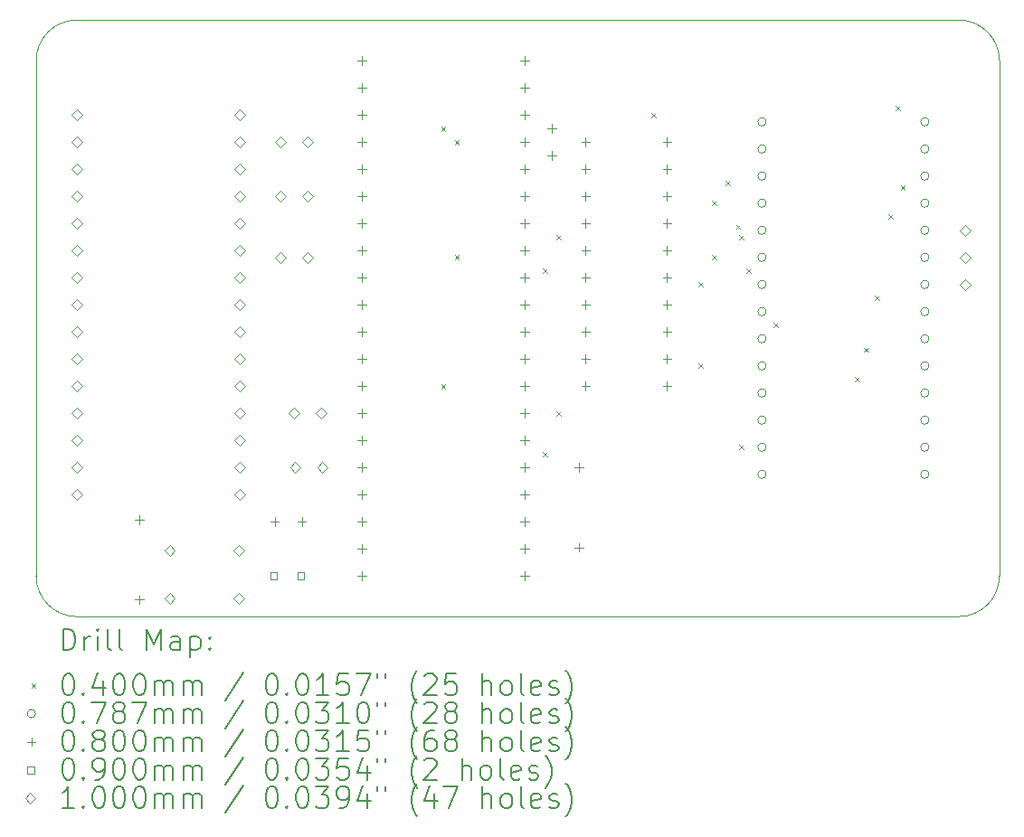
<source format=gbr>
%FSLAX45Y45*%
G04 Gerber Fmt 4.5, Leading zero omitted, Abs format (unit mm)*
G04 Created by KiCad (PCBNEW (6.0.0)) date 2023-01-31 14:46:16*
%MOMM*%
%LPD*%
G01*
G04 APERTURE LIST*
%TA.AperFunction,Profile*%
%ADD10C,0.100000*%
%TD*%
%ADD11C,0.200000*%
%ADD12C,0.040000*%
%ADD13C,0.078740*%
%ADD14C,0.080000*%
%ADD15C,0.090000*%
%ADD16C,0.100000*%
G04 APERTURE END LIST*
D10*
X7810500Y-9461500D02*
X16064500Y-9461500D01*
X16445500Y-9842500D02*
G75*
G03*
X16064500Y-9461500I-381000J0D01*
G01*
X16064500Y-15049500D02*
G75*
G03*
X16445500Y-14668500I0J381000D01*
G01*
X7429500Y-14668500D02*
X7429500Y-9842500D01*
X16064500Y-15049500D02*
X7810500Y-15049500D01*
X7429500Y-14668500D02*
G75*
G03*
X7810500Y-15049500I381000J0D01*
G01*
X16445500Y-14668500D02*
X16445500Y-9842500D01*
X7810500Y-9461500D02*
G75*
G03*
X7429500Y-9842500I0J-381000D01*
G01*
D11*
D12*
X11219500Y-10457500D02*
X11259500Y-10497500D01*
X11259500Y-10457500D02*
X11219500Y-10497500D01*
X11220000Y-12871000D02*
X11260000Y-12911000D01*
X11260000Y-12871000D02*
X11220000Y-12911000D01*
X11346500Y-10584500D02*
X11386500Y-10624500D01*
X11386500Y-10584500D02*
X11346500Y-10624500D01*
X11346500Y-11664000D02*
X11386500Y-11704000D01*
X11386500Y-11664000D02*
X11346500Y-11704000D01*
X12172000Y-11791000D02*
X12212000Y-11831000D01*
X12212000Y-11791000D02*
X12172000Y-11831000D01*
X12172000Y-13505500D02*
X12212000Y-13545500D01*
X12212000Y-13505500D02*
X12172000Y-13545500D01*
X12299000Y-11473500D02*
X12339000Y-11513500D01*
X12339000Y-11473500D02*
X12299000Y-11513500D01*
X12299000Y-13124500D02*
X12339000Y-13164500D01*
X12339000Y-13124500D02*
X12299000Y-13164500D01*
X13186500Y-10331000D02*
X13226500Y-10371000D01*
X13226500Y-10331000D02*
X13186500Y-10371000D01*
X13631500Y-11918000D02*
X13671500Y-11958000D01*
X13671500Y-11918000D02*
X13631500Y-11958000D01*
X13631500Y-12680000D02*
X13671500Y-12720000D01*
X13671500Y-12680000D02*
X13631500Y-12720000D01*
X13758500Y-11156000D02*
X13798500Y-11196000D01*
X13798500Y-11156000D02*
X13758500Y-11196000D01*
X13758500Y-11664000D02*
X13798500Y-11704000D01*
X13798500Y-11664000D02*
X13758500Y-11704000D01*
X13885500Y-10965500D02*
X13925500Y-11005500D01*
X13925500Y-10965500D02*
X13885500Y-11005500D01*
X13980750Y-11378250D02*
X14020750Y-11418250D01*
X14020750Y-11378250D02*
X13980750Y-11418250D01*
X14012500Y-11473500D02*
X14052500Y-11513500D01*
X14052500Y-11473500D02*
X14012500Y-11513500D01*
X14012500Y-13442000D02*
X14052500Y-13482000D01*
X14052500Y-13442000D02*
X14012500Y-13482000D01*
X14076000Y-11791000D02*
X14116000Y-11831000D01*
X14116000Y-11791000D02*
X14076000Y-11831000D01*
X14330000Y-12299000D02*
X14370000Y-12339000D01*
X14370000Y-12299000D02*
X14330000Y-12339000D01*
X15092000Y-12807000D02*
X15132000Y-12847000D01*
X15132000Y-12807000D02*
X15092000Y-12847000D01*
X15177779Y-12530721D02*
X15217779Y-12570721D01*
X15217779Y-12530721D02*
X15177779Y-12570721D01*
X15282500Y-12045000D02*
X15322500Y-12085000D01*
X15322500Y-12045000D02*
X15282500Y-12085000D01*
X15409500Y-11283000D02*
X15449500Y-11323000D01*
X15449500Y-11283000D02*
X15409500Y-11323000D01*
X15472500Y-10268500D02*
X15512500Y-10308500D01*
X15512500Y-10268500D02*
X15472500Y-10308500D01*
X15520000Y-11012500D02*
X15560000Y-11052500D01*
X15560000Y-11012500D02*
X15520000Y-11052500D01*
D13*
X14262370Y-10414000D02*
G75*
G03*
X14262370Y-10414000I-39370J0D01*
G01*
X14262370Y-10668000D02*
G75*
G03*
X14262370Y-10668000I-39370J0D01*
G01*
X14262370Y-10922000D02*
G75*
G03*
X14262370Y-10922000I-39370J0D01*
G01*
X14262370Y-11176000D02*
G75*
G03*
X14262370Y-11176000I-39370J0D01*
G01*
X14262370Y-11430000D02*
G75*
G03*
X14262370Y-11430000I-39370J0D01*
G01*
X14262370Y-11684000D02*
G75*
G03*
X14262370Y-11684000I-39370J0D01*
G01*
X14262370Y-11938000D02*
G75*
G03*
X14262370Y-11938000I-39370J0D01*
G01*
X14262370Y-12192000D02*
G75*
G03*
X14262370Y-12192000I-39370J0D01*
G01*
X14262370Y-12446000D02*
G75*
G03*
X14262370Y-12446000I-39370J0D01*
G01*
X14262370Y-12700000D02*
G75*
G03*
X14262370Y-12700000I-39370J0D01*
G01*
X14262370Y-12954000D02*
G75*
G03*
X14262370Y-12954000I-39370J0D01*
G01*
X14262370Y-13208000D02*
G75*
G03*
X14262370Y-13208000I-39370J0D01*
G01*
X14262370Y-13462000D02*
G75*
G03*
X14262370Y-13462000I-39370J0D01*
G01*
X14262370Y-13716000D02*
G75*
G03*
X14262370Y-13716000I-39370J0D01*
G01*
X15786370Y-10414000D02*
G75*
G03*
X15786370Y-10414000I-39370J0D01*
G01*
X15786370Y-10668000D02*
G75*
G03*
X15786370Y-10668000I-39370J0D01*
G01*
X15786370Y-10922000D02*
G75*
G03*
X15786370Y-10922000I-39370J0D01*
G01*
X15786370Y-11176000D02*
G75*
G03*
X15786370Y-11176000I-39370J0D01*
G01*
X15786370Y-11430000D02*
G75*
G03*
X15786370Y-11430000I-39370J0D01*
G01*
X15786370Y-11684000D02*
G75*
G03*
X15786370Y-11684000I-39370J0D01*
G01*
X15786370Y-11938000D02*
G75*
G03*
X15786370Y-11938000I-39370J0D01*
G01*
X15786370Y-12192000D02*
G75*
G03*
X15786370Y-12192000I-39370J0D01*
G01*
X15786370Y-12446000D02*
G75*
G03*
X15786370Y-12446000I-39370J0D01*
G01*
X15786370Y-12700000D02*
G75*
G03*
X15786370Y-12700000I-39370J0D01*
G01*
X15786370Y-12954000D02*
G75*
G03*
X15786370Y-12954000I-39370J0D01*
G01*
X15786370Y-13208000D02*
G75*
G03*
X15786370Y-13208000I-39370J0D01*
G01*
X15786370Y-13462000D02*
G75*
G03*
X15786370Y-13462000I-39370J0D01*
G01*
X15786370Y-13716000D02*
G75*
G03*
X15786370Y-13716000I-39370J0D01*
G01*
D14*
X8394700Y-14101100D02*
X8394700Y-14181100D01*
X8354700Y-14141100D02*
X8434700Y-14141100D01*
X8394700Y-14851100D02*
X8394700Y-14931100D01*
X8354700Y-14891100D02*
X8434700Y-14891100D01*
X9661800Y-14120500D02*
X9661800Y-14200500D01*
X9621800Y-14160500D02*
X9701800Y-14160500D01*
X9915800Y-14120500D02*
X9915800Y-14200500D01*
X9875800Y-14160500D02*
X9955800Y-14160500D01*
X10477000Y-9803000D02*
X10477000Y-9883000D01*
X10437000Y-9843000D02*
X10517000Y-9843000D01*
X10477000Y-10057000D02*
X10477000Y-10137000D01*
X10437000Y-10097000D02*
X10517000Y-10097000D01*
X10477000Y-10311000D02*
X10477000Y-10391000D01*
X10437000Y-10351000D02*
X10517000Y-10351000D01*
X10477000Y-10565000D02*
X10477000Y-10645000D01*
X10437000Y-10605000D02*
X10517000Y-10605000D01*
X10477000Y-10819000D02*
X10477000Y-10899000D01*
X10437000Y-10859000D02*
X10517000Y-10859000D01*
X10477000Y-11073000D02*
X10477000Y-11153000D01*
X10437000Y-11113000D02*
X10517000Y-11113000D01*
X10477000Y-11327000D02*
X10477000Y-11407000D01*
X10437000Y-11367000D02*
X10517000Y-11367000D01*
X10477000Y-11581000D02*
X10477000Y-11661000D01*
X10437000Y-11621000D02*
X10517000Y-11621000D01*
X10477000Y-11835000D02*
X10477000Y-11915000D01*
X10437000Y-11875000D02*
X10517000Y-11875000D01*
X10477000Y-12089000D02*
X10477000Y-12169000D01*
X10437000Y-12129000D02*
X10517000Y-12129000D01*
X10477000Y-12343000D02*
X10477000Y-12423000D01*
X10437000Y-12383000D02*
X10517000Y-12383000D01*
X10477000Y-12597000D02*
X10477000Y-12677000D01*
X10437000Y-12637000D02*
X10517000Y-12637000D01*
X10477000Y-12851000D02*
X10477000Y-12931000D01*
X10437000Y-12891000D02*
X10517000Y-12891000D01*
X10477000Y-13105000D02*
X10477000Y-13185000D01*
X10437000Y-13145000D02*
X10517000Y-13145000D01*
X10477000Y-13359000D02*
X10477000Y-13439000D01*
X10437000Y-13399000D02*
X10517000Y-13399000D01*
X10477000Y-13613000D02*
X10477000Y-13693000D01*
X10437000Y-13653000D02*
X10517000Y-13653000D01*
X10477000Y-13867000D02*
X10477000Y-13947000D01*
X10437000Y-13907000D02*
X10517000Y-13907000D01*
X10477000Y-14121000D02*
X10477000Y-14201000D01*
X10437000Y-14161000D02*
X10517000Y-14161000D01*
X10477000Y-14375000D02*
X10477000Y-14455000D01*
X10437000Y-14415000D02*
X10517000Y-14415000D01*
X10477000Y-14629000D02*
X10477000Y-14709000D01*
X10437000Y-14669000D02*
X10517000Y-14669000D01*
X12001000Y-9803000D02*
X12001000Y-9883000D01*
X11961000Y-9843000D02*
X12041000Y-9843000D01*
X12001000Y-10057000D02*
X12001000Y-10137000D01*
X11961000Y-10097000D02*
X12041000Y-10097000D01*
X12001000Y-10311000D02*
X12001000Y-10391000D01*
X11961000Y-10351000D02*
X12041000Y-10351000D01*
X12001000Y-10565000D02*
X12001000Y-10645000D01*
X11961000Y-10605000D02*
X12041000Y-10605000D01*
X12001000Y-10819000D02*
X12001000Y-10899000D01*
X11961000Y-10859000D02*
X12041000Y-10859000D01*
X12001000Y-11073000D02*
X12001000Y-11153000D01*
X11961000Y-11113000D02*
X12041000Y-11113000D01*
X12001000Y-11327000D02*
X12001000Y-11407000D01*
X11961000Y-11367000D02*
X12041000Y-11367000D01*
X12001000Y-11581000D02*
X12001000Y-11661000D01*
X11961000Y-11621000D02*
X12041000Y-11621000D01*
X12001000Y-11835000D02*
X12001000Y-11915000D01*
X11961000Y-11875000D02*
X12041000Y-11875000D01*
X12001000Y-12089000D02*
X12001000Y-12169000D01*
X11961000Y-12129000D02*
X12041000Y-12129000D01*
X12001000Y-12343000D02*
X12001000Y-12423000D01*
X11961000Y-12383000D02*
X12041000Y-12383000D01*
X12001000Y-12597000D02*
X12001000Y-12677000D01*
X11961000Y-12637000D02*
X12041000Y-12637000D01*
X12001000Y-12851000D02*
X12001000Y-12931000D01*
X11961000Y-12891000D02*
X12041000Y-12891000D01*
X12001000Y-13105000D02*
X12001000Y-13185000D01*
X11961000Y-13145000D02*
X12041000Y-13145000D01*
X12001000Y-13359000D02*
X12001000Y-13439000D01*
X11961000Y-13399000D02*
X12041000Y-13399000D01*
X12001000Y-13613000D02*
X12001000Y-13693000D01*
X11961000Y-13653000D02*
X12041000Y-13653000D01*
X12001000Y-13867000D02*
X12001000Y-13947000D01*
X11961000Y-13907000D02*
X12041000Y-13907000D01*
X12001000Y-14121000D02*
X12001000Y-14201000D01*
X11961000Y-14161000D02*
X12041000Y-14161000D01*
X12001000Y-14375000D02*
X12001000Y-14455000D01*
X11961000Y-14415000D02*
X12041000Y-14415000D01*
X12001000Y-14629000D02*
X12001000Y-14709000D01*
X11961000Y-14669000D02*
X12041000Y-14669000D01*
X12255500Y-10437500D02*
X12255500Y-10517500D01*
X12215500Y-10477500D02*
X12295500Y-10477500D01*
X12255500Y-10691500D02*
X12255500Y-10771500D01*
X12215500Y-10731500D02*
X12295500Y-10731500D01*
X12509500Y-13612500D02*
X12509500Y-13692500D01*
X12469500Y-13652500D02*
X12549500Y-13652500D01*
X12509500Y-14362500D02*
X12509500Y-14442500D01*
X12469500Y-14402500D02*
X12549500Y-14402500D01*
X12573000Y-10564500D02*
X12573000Y-10644500D01*
X12533000Y-10604500D02*
X12613000Y-10604500D01*
X12573000Y-10818500D02*
X12573000Y-10898500D01*
X12533000Y-10858500D02*
X12613000Y-10858500D01*
X12573000Y-11072500D02*
X12573000Y-11152500D01*
X12533000Y-11112500D02*
X12613000Y-11112500D01*
X12573000Y-11326500D02*
X12573000Y-11406500D01*
X12533000Y-11366500D02*
X12613000Y-11366500D01*
X12573000Y-11580500D02*
X12573000Y-11660500D01*
X12533000Y-11620500D02*
X12613000Y-11620500D01*
X12573000Y-11834500D02*
X12573000Y-11914500D01*
X12533000Y-11874500D02*
X12613000Y-11874500D01*
X12573000Y-12088500D02*
X12573000Y-12168500D01*
X12533000Y-12128500D02*
X12613000Y-12128500D01*
X12573000Y-12342500D02*
X12573000Y-12422500D01*
X12533000Y-12382500D02*
X12613000Y-12382500D01*
X12573000Y-12596500D02*
X12573000Y-12676500D01*
X12533000Y-12636500D02*
X12613000Y-12636500D01*
X12573000Y-12850500D02*
X12573000Y-12930500D01*
X12533000Y-12890500D02*
X12613000Y-12890500D01*
X13335000Y-10564500D02*
X13335000Y-10644500D01*
X13295000Y-10604500D02*
X13375000Y-10604500D01*
X13335000Y-10818500D02*
X13335000Y-10898500D01*
X13295000Y-10858500D02*
X13375000Y-10858500D01*
X13335000Y-11072500D02*
X13335000Y-11152500D01*
X13295000Y-11112500D02*
X13375000Y-11112500D01*
X13335000Y-11326500D02*
X13335000Y-11406500D01*
X13295000Y-11366500D02*
X13375000Y-11366500D01*
X13335000Y-11580500D02*
X13335000Y-11660500D01*
X13295000Y-11620500D02*
X13375000Y-11620500D01*
X13335000Y-11834500D02*
X13335000Y-11914500D01*
X13295000Y-11874500D02*
X13375000Y-11874500D01*
X13335000Y-12088500D02*
X13335000Y-12168500D01*
X13295000Y-12128500D02*
X13375000Y-12128500D01*
X13335000Y-12342500D02*
X13335000Y-12422500D01*
X13295000Y-12382500D02*
X13375000Y-12382500D01*
X13335000Y-12596500D02*
X13335000Y-12676500D01*
X13295000Y-12636500D02*
X13375000Y-12636500D01*
X13335000Y-12850500D02*
X13335000Y-12930500D01*
X13295000Y-12890500D02*
X13375000Y-12890500D01*
D15*
X9683320Y-14700320D02*
X9683320Y-14636680D01*
X9619680Y-14636680D01*
X9619680Y-14700320D01*
X9683320Y-14700320D01*
X9937320Y-14700320D02*
X9937320Y-14636680D01*
X9873680Y-14636680D01*
X9873680Y-14700320D01*
X9937320Y-14700320D01*
D16*
X7810500Y-10400500D02*
X7860500Y-10350500D01*
X7810500Y-10300500D01*
X7760500Y-10350500D01*
X7810500Y-10400500D01*
X7810500Y-10654500D02*
X7860500Y-10604500D01*
X7810500Y-10554500D01*
X7760500Y-10604500D01*
X7810500Y-10654500D01*
X7810500Y-10908500D02*
X7860500Y-10858500D01*
X7810500Y-10808500D01*
X7760500Y-10858500D01*
X7810500Y-10908500D01*
X7810500Y-11162500D02*
X7860500Y-11112500D01*
X7810500Y-11062500D01*
X7760500Y-11112500D01*
X7810500Y-11162500D01*
X7810500Y-11416500D02*
X7860500Y-11366500D01*
X7810500Y-11316500D01*
X7760500Y-11366500D01*
X7810500Y-11416500D01*
X7810500Y-11670500D02*
X7860500Y-11620500D01*
X7810500Y-11570500D01*
X7760500Y-11620500D01*
X7810500Y-11670500D01*
X7810500Y-11924500D02*
X7860500Y-11874500D01*
X7810500Y-11824500D01*
X7760500Y-11874500D01*
X7810500Y-11924500D01*
X7810500Y-12178500D02*
X7860500Y-12128500D01*
X7810500Y-12078500D01*
X7760500Y-12128500D01*
X7810500Y-12178500D01*
X7810500Y-12432500D02*
X7860500Y-12382500D01*
X7810500Y-12332500D01*
X7760500Y-12382500D01*
X7810500Y-12432500D01*
X7810500Y-12686500D02*
X7860500Y-12636500D01*
X7810500Y-12586500D01*
X7760500Y-12636500D01*
X7810500Y-12686500D01*
X7810500Y-12940500D02*
X7860500Y-12890500D01*
X7810500Y-12840500D01*
X7760500Y-12890500D01*
X7810500Y-12940500D01*
X7810500Y-13194500D02*
X7860500Y-13144500D01*
X7810500Y-13094500D01*
X7760500Y-13144500D01*
X7810500Y-13194500D01*
X7810500Y-13448500D02*
X7860500Y-13398500D01*
X7810500Y-13348500D01*
X7760500Y-13398500D01*
X7810500Y-13448500D01*
X7810500Y-13702500D02*
X7860500Y-13652500D01*
X7810500Y-13602500D01*
X7760500Y-13652500D01*
X7810500Y-13702500D01*
X7810500Y-13956500D02*
X7860500Y-13906500D01*
X7810500Y-13856500D01*
X7760500Y-13906500D01*
X7810500Y-13956500D01*
X8679300Y-14480800D02*
X8729300Y-14430800D01*
X8679300Y-14380800D01*
X8629300Y-14430800D01*
X8679300Y-14480800D01*
X8679300Y-14930800D02*
X8729300Y-14880800D01*
X8679300Y-14830800D01*
X8629300Y-14880800D01*
X8679300Y-14930800D01*
X9329300Y-14480800D02*
X9379300Y-14430800D01*
X9329300Y-14380800D01*
X9279300Y-14430800D01*
X9329300Y-14480800D01*
X9329300Y-14930800D02*
X9379300Y-14880800D01*
X9329300Y-14830800D01*
X9279300Y-14880800D01*
X9329300Y-14930800D01*
X9334500Y-10400500D02*
X9384500Y-10350500D01*
X9334500Y-10300500D01*
X9284500Y-10350500D01*
X9334500Y-10400500D01*
X9334500Y-10654500D02*
X9384500Y-10604500D01*
X9334500Y-10554500D01*
X9284500Y-10604500D01*
X9334500Y-10654500D01*
X9334500Y-10908500D02*
X9384500Y-10858500D01*
X9334500Y-10808500D01*
X9284500Y-10858500D01*
X9334500Y-10908500D01*
X9334500Y-11162500D02*
X9384500Y-11112500D01*
X9334500Y-11062500D01*
X9284500Y-11112500D01*
X9334500Y-11162500D01*
X9334500Y-11416500D02*
X9384500Y-11366500D01*
X9334500Y-11316500D01*
X9284500Y-11366500D01*
X9334500Y-11416500D01*
X9334500Y-11670500D02*
X9384500Y-11620500D01*
X9334500Y-11570500D01*
X9284500Y-11620500D01*
X9334500Y-11670500D01*
X9334500Y-11924500D02*
X9384500Y-11874500D01*
X9334500Y-11824500D01*
X9284500Y-11874500D01*
X9334500Y-11924500D01*
X9334500Y-12178500D02*
X9384500Y-12128500D01*
X9334500Y-12078500D01*
X9284500Y-12128500D01*
X9334500Y-12178500D01*
X9334500Y-12432500D02*
X9384500Y-12382500D01*
X9334500Y-12332500D01*
X9284500Y-12382500D01*
X9334500Y-12432500D01*
X9334500Y-12686500D02*
X9384500Y-12636500D01*
X9334500Y-12586500D01*
X9284500Y-12636500D01*
X9334500Y-12686500D01*
X9334500Y-12940500D02*
X9384500Y-12890500D01*
X9334500Y-12840500D01*
X9284500Y-12890500D01*
X9334500Y-12940500D01*
X9334500Y-13194500D02*
X9384500Y-13144500D01*
X9334500Y-13094500D01*
X9284500Y-13144500D01*
X9334500Y-13194500D01*
X9334500Y-13448500D02*
X9384500Y-13398500D01*
X9334500Y-13348500D01*
X9284500Y-13398500D01*
X9334500Y-13448500D01*
X9334500Y-13702500D02*
X9384500Y-13652500D01*
X9334500Y-13602500D01*
X9284500Y-13652500D01*
X9334500Y-13702500D01*
X9334500Y-13956500D02*
X9384500Y-13906500D01*
X9334500Y-13856500D01*
X9284500Y-13906500D01*
X9334500Y-13956500D01*
X9715500Y-10654500D02*
X9765500Y-10604500D01*
X9715500Y-10554500D01*
X9665500Y-10604500D01*
X9715500Y-10654500D01*
X9715500Y-11162500D02*
X9765500Y-11112500D01*
X9715500Y-11062500D01*
X9665500Y-11112500D01*
X9715500Y-11162500D01*
X9715500Y-11734000D02*
X9765500Y-11684000D01*
X9715500Y-11634000D01*
X9665500Y-11684000D01*
X9715500Y-11734000D01*
X9842500Y-13194500D02*
X9892500Y-13144500D01*
X9842500Y-13094500D01*
X9792500Y-13144500D01*
X9842500Y-13194500D01*
X9855200Y-13702500D02*
X9905200Y-13652500D01*
X9855200Y-13602500D01*
X9805200Y-13652500D01*
X9855200Y-13702500D01*
X9969500Y-10654500D02*
X10019500Y-10604500D01*
X9969500Y-10554500D01*
X9919500Y-10604500D01*
X9969500Y-10654500D01*
X9969500Y-11162500D02*
X10019500Y-11112500D01*
X9969500Y-11062500D01*
X9919500Y-11112500D01*
X9969500Y-11162500D01*
X9969500Y-11734000D02*
X10019500Y-11684000D01*
X9969500Y-11634000D01*
X9919500Y-11684000D01*
X9969500Y-11734000D01*
X10096500Y-13194500D02*
X10146500Y-13144500D01*
X10096500Y-13094500D01*
X10046500Y-13144500D01*
X10096500Y-13194500D01*
X10109200Y-13702500D02*
X10159200Y-13652500D01*
X10109200Y-13602500D01*
X10059200Y-13652500D01*
X10109200Y-13702500D01*
X16128000Y-11480000D02*
X16178000Y-11430000D01*
X16128000Y-11380000D01*
X16078000Y-11430000D01*
X16128000Y-11480000D01*
X16128000Y-11734000D02*
X16178000Y-11684000D01*
X16128000Y-11634000D01*
X16078000Y-11684000D01*
X16128000Y-11734000D01*
X16128000Y-11988000D02*
X16178000Y-11938000D01*
X16128000Y-11888000D01*
X16078000Y-11938000D01*
X16128000Y-11988000D01*
D11*
X7682119Y-15364976D02*
X7682119Y-15164976D01*
X7729738Y-15164976D01*
X7758309Y-15174500D01*
X7777357Y-15193548D01*
X7786881Y-15212595D01*
X7796405Y-15250690D01*
X7796405Y-15279262D01*
X7786881Y-15317357D01*
X7777357Y-15336405D01*
X7758309Y-15355452D01*
X7729738Y-15364976D01*
X7682119Y-15364976D01*
X7882119Y-15364976D02*
X7882119Y-15231643D01*
X7882119Y-15269738D02*
X7891643Y-15250690D01*
X7901167Y-15241167D01*
X7920214Y-15231643D01*
X7939262Y-15231643D01*
X8005928Y-15364976D02*
X8005928Y-15231643D01*
X8005928Y-15164976D02*
X7996405Y-15174500D01*
X8005928Y-15184024D01*
X8015452Y-15174500D01*
X8005928Y-15164976D01*
X8005928Y-15184024D01*
X8129738Y-15364976D02*
X8110690Y-15355452D01*
X8101167Y-15336405D01*
X8101167Y-15164976D01*
X8234500Y-15364976D02*
X8215452Y-15355452D01*
X8205928Y-15336405D01*
X8205928Y-15164976D01*
X8463071Y-15364976D02*
X8463071Y-15164976D01*
X8529738Y-15307833D01*
X8596405Y-15164976D01*
X8596405Y-15364976D01*
X8777357Y-15364976D02*
X8777357Y-15260214D01*
X8767833Y-15241167D01*
X8748786Y-15231643D01*
X8710690Y-15231643D01*
X8691643Y-15241167D01*
X8777357Y-15355452D02*
X8758310Y-15364976D01*
X8710690Y-15364976D01*
X8691643Y-15355452D01*
X8682119Y-15336405D01*
X8682119Y-15317357D01*
X8691643Y-15298309D01*
X8710690Y-15288786D01*
X8758310Y-15288786D01*
X8777357Y-15279262D01*
X8872595Y-15231643D02*
X8872595Y-15431643D01*
X8872595Y-15241167D02*
X8891643Y-15231643D01*
X8929738Y-15231643D01*
X8948786Y-15241167D01*
X8958310Y-15250690D01*
X8967833Y-15269738D01*
X8967833Y-15326881D01*
X8958310Y-15345928D01*
X8948786Y-15355452D01*
X8929738Y-15364976D01*
X8891643Y-15364976D01*
X8872595Y-15355452D01*
X9053548Y-15345928D02*
X9063071Y-15355452D01*
X9053548Y-15364976D01*
X9044024Y-15355452D01*
X9053548Y-15345928D01*
X9053548Y-15364976D01*
X9053548Y-15241167D02*
X9063071Y-15250690D01*
X9053548Y-15260214D01*
X9044024Y-15250690D01*
X9053548Y-15241167D01*
X9053548Y-15260214D01*
D12*
X7384500Y-15674500D02*
X7424500Y-15714500D01*
X7424500Y-15674500D02*
X7384500Y-15714500D01*
D11*
X7720214Y-15584976D02*
X7739262Y-15584976D01*
X7758309Y-15594500D01*
X7767833Y-15604024D01*
X7777357Y-15623071D01*
X7786881Y-15661167D01*
X7786881Y-15708786D01*
X7777357Y-15746881D01*
X7767833Y-15765928D01*
X7758309Y-15775452D01*
X7739262Y-15784976D01*
X7720214Y-15784976D01*
X7701167Y-15775452D01*
X7691643Y-15765928D01*
X7682119Y-15746881D01*
X7672595Y-15708786D01*
X7672595Y-15661167D01*
X7682119Y-15623071D01*
X7691643Y-15604024D01*
X7701167Y-15594500D01*
X7720214Y-15584976D01*
X7872595Y-15765928D02*
X7882119Y-15775452D01*
X7872595Y-15784976D01*
X7863071Y-15775452D01*
X7872595Y-15765928D01*
X7872595Y-15784976D01*
X8053548Y-15651643D02*
X8053548Y-15784976D01*
X8005928Y-15575452D02*
X7958309Y-15718309D01*
X8082119Y-15718309D01*
X8196405Y-15584976D02*
X8215452Y-15584976D01*
X8234500Y-15594500D01*
X8244024Y-15604024D01*
X8253548Y-15623071D01*
X8263071Y-15661167D01*
X8263071Y-15708786D01*
X8253548Y-15746881D01*
X8244024Y-15765928D01*
X8234500Y-15775452D01*
X8215452Y-15784976D01*
X8196405Y-15784976D01*
X8177357Y-15775452D01*
X8167833Y-15765928D01*
X8158309Y-15746881D01*
X8148786Y-15708786D01*
X8148786Y-15661167D01*
X8158309Y-15623071D01*
X8167833Y-15604024D01*
X8177357Y-15594500D01*
X8196405Y-15584976D01*
X8386881Y-15584976D02*
X8405929Y-15584976D01*
X8424976Y-15594500D01*
X8434500Y-15604024D01*
X8444024Y-15623071D01*
X8453548Y-15661167D01*
X8453548Y-15708786D01*
X8444024Y-15746881D01*
X8434500Y-15765928D01*
X8424976Y-15775452D01*
X8405929Y-15784976D01*
X8386881Y-15784976D01*
X8367833Y-15775452D01*
X8358309Y-15765928D01*
X8348786Y-15746881D01*
X8339262Y-15708786D01*
X8339262Y-15661167D01*
X8348786Y-15623071D01*
X8358309Y-15604024D01*
X8367833Y-15594500D01*
X8386881Y-15584976D01*
X8539262Y-15784976D02*
X8539262Y-15651643D01*
X8539262Y-15670690D02*
X8548786Y-15661167D01*
X8567833Y-15651643D01*
X8596405Y-15651643D01*
X8615452Y-15661167D01*
X8624976Y-15680214D01*
X8624976Y-15784976D01*
X8624976Y-15680214D02*
X8634500Y-15661167D01*
X8653548Y-15651643D01*
X8682119Y-15651643D01*
X8701167Y-15661167D01*
X8710690Y-15680214D01*
X8710690Y-15784976D01*
X8805929Y-15784976D02*
X8805929Y-15651643D01*
X8805929Y-15670690D02*
X8815452Y-15661167D01*
X8834500Y-15651643D01*
X8863071Y-15651643D01*
X8882119Y-15661167D01*
X8891643Y-15680214D01*
X8891643Y-15784976D01*
X8891643Y-15680214D02*
X8901167Y-15661167D01*
X8920214Y-15651643D01*
X8948786Y-15651643D01*
X8967833Y-15661167D01*
X8977357Y-15680214D01*
X8977357Y-15784976D01*
X9367833Y-15575452D02*
X9196405Y-15832595D01*
X9624976Y-15584976D02*
X9644024Y-15584976D01*
X9663071Y-15594500D01*
X9672595Y-15604024D01*
X9682119Y-15623071D01*
X9691643Y-15661167D01*
X9691643Y-15708786D01*
X9682119Y-15746881D01*
X9672595Y-15765928D01*
X9663071Y-15775452D01*
X9644024Y-15784976D01*
X9624976Y-15784976D01*
X9605929Y-15775452D01*
X9596405Y-15765928D01*
X9586881Y-15746881D01*
X9577357Y-15708786D01*
X9577357Y-15661167D01*
X9586881Y-15623071D01*
X9596405Y-15604024D01*
X9605929Y-15594500D01*
X9624976Y-15584976D01*
X9777357Y-15765928D02*
X9786881Y-15775452D01*
X9777357Y-15784976D01*
X9767833Y-15775452D01*
X9777357Y-15765928D01*
X9777357Y-15784976D01*
X9910690Y-15584976D02*
X9929738Y-15584976D01*
X9948786Y-15594500D01*
X9958310Y-15604024D01*
X9967833Y-15623071D01*
X9977357Y-15661167D01*
X9977357Y-15708786D01*
X9967833Y-15746881D01*
X9958310Y-15765928D01*
X9948786Y-15775452D01*
X9929738Y-15784976D01*
X9910690Y-15784976D01*
X9891643Y-15775452D01*
X9882119Y-15765928D01*
X9872595Y-15746881D01*
X9863071Y-15708786D01*
X9863071Y-15661167D01*
X9872595Y-15623071D01*
X9882119Y-15604024D01*
X9891643Y-15594500D01*
X9910690Y-15584976D01*
X10167833Y-15784976D02*
X10053548Y-15784976D01*
X10110690Y-15784976D02*
X10110690Y-15584976D01*
X10091643Y-15613548D01*
X10072595Y-15632595D01*
X10053548Y-15642119D01*
X10348786Y-15584976D02*
X10253548Y-15584976D01*
X10244024Y-15680214D01*
X10253548Y-15670690D01*
X10272595Y-15661167D01*
X10320214Y-15661167D01*
X10339262Y-15670690D01*
X10348786Y-15680214D01*
X10358310Y-15699262D01*
X10358310Y-15746881D01*
X10348786Y-15765928D01*
X10339262Y-15775452D01*
X10320214Y-15784976D01*
X10272595Y-15784976D01*
X10253548Y-15775452D01*
X10244024Y-15765928D01*
X10424976Y-15584976D02*
X10558310Y-15584976D01*
X10472595Y-15784976D01*
X10624976Y-15584976D02*
X10624976Y-15623071D01*
X10701167Y-15584976D02*
X10701167Y-15623071D01*
X10996405Y-15861167D02*
X10986881Y-15851643D01*
X10967833Y-15823071D01*
X10958310Y-15804024D01*
X10948786Y-15775452D01*
X10939262Y-15727833D01*
X10939262Y-15689738D01*
X10948786Y-15642119D01*
X10958310Y-15613548D01*
X10967833Y-15594500D01*
X10986881Y-15565928D01*
X10996405Y-15556405D01*
X11063071Y-15604024D02*
X11072595Y-15594500D01*
X11091643Y-15584976D01*
X11139262Y-15584976D01*
X11158310Y-15594500D01*
X11167833Y-15604024D01*
X11177357Y-15623071D01*
X11177357Y-15642119D01*
X11167833Y-15670690D01*
X11053548Y-15784976D01*
X11177357Y-15784976D01*
X11358309Y-15584976D02*
X11263071Y-15584976D01*
X11253548Y-15680214D01*
X11263071Y-15670690D01*
X11282119Y-15661167D01*
X11329738Y-15661167D01*
X11348786Y-15670690D01*
X11358309Y-15680214D01*
X11367833Y-15699262D01*
X11367833Y-15746881D01*
X11358309Y-15765928D01*
X11348786Y-15775452D01*
X11329738Y-15784976D01*
X11282119Y-15784976D01*
X11263071Y-15775452D01*
X11253548Y-15765928D01*
X11605928Y-15784976D02*
X11605928Y-15584976D01*
X11691643Y-15784976D02*
X11691643Y-15680214D01*
X11682119Y-15661167D01*
X11663071Y-15651643D01*
X11634500Y-15651643D01*
X11615452Y-15661167D01*
X11605928Y-15670690D01*
X11815452Y-15784976D02*
X11796405Y-15775452D01*
X11786881Y-15765928D01*
X11777357Y-15746881D01*
X11777357Y-15689738D01*
X11786881Y-15670690D01*
X11796405Y-15661167D01*
X11815452Y-15651643D01*
X11844024Y-15651643D01*
X11863071Y-15661167D01*
X11872595Y-15670690D01*
X11882119Y-15689738D01*
X11882119Y-15746881D01*
X11872595Y-15765928D01*
X11863071Y-15775452D01*
X11844024Y-15784976D01*
X11815452Y-15784976D01*
X11996405Y-15784976D02*
X11977357Y-15775452D01*
X11967833Y-15756405D01*
X11967833Y-15584976D01*
X12148786Y-15775452D02*
X12129738Y-15784976D01*
X12091643Y-15784976D01*
X12072595Y-15775452D01*
X12063071Y-15756405D01*
X12063071Y-15680214D01*
X12072595Y-15661167D01*
X12091643Y-15651643D01*
X12129738Y-15651643D01*
X12148786Y-15661167D01*
X12158309Y-15680214D01*
X12158309Y-15699262D01*
X12063071Y-15718309D01*
X12234500Y-15775452D02*
X12253548Y-15784976D01*
X12291643Y-15784976D01*
X12310690Y-15775452D01*
X12320214Y-15756405D01*
X12320214Y-15746881D01*
X12310690Y-15727833D01*
X12291643Y-15718309D01*
X12263071Y-15718309D01*
X12244024Y-15708786D01*
X12234500Y-15689738D01*
X12234500Y-15680214D01*
X12244024Y-15661167D01*
X12263071Y-15651643D01*
X12291643Y-15651643D01*
X12310690Y-15661167D01*
X12386881Y-15861167D02*
X12396405Y-15851643D01*
X12415452Y-15823071D01*
X12424976Y-15804024D01*
X12434500Y-15775452D01*
X12444024Y-15727833D01*
X12444024Y-15689738D01*
X12434500Y-15642119D01*
X12424976Y-15613548D01*
X12415452Y-15594500D01*
X12396405Y-15565928D01*
X12386881Y-15556405D01*
D13*
X7424500Y-15958500D02*
G75*
G03*
X7424500Y-15958500I-39370J0D01*
G01*
D11*
X7720214Y-15848976D02*
X7739262Y-15848976D01*
X7758309Y-15858500D01*
X7767833Y-15868024D01*
X7777357Y-15887071D01*
X7786881Y-15925167D01*
X7786881Y-15972786D01*
X7777357Y-16010881D01*
X7767833Y-16029928D01*
X7758309Y-16039452D01*
X7739262Y-16048976D01*
X7720214Y-16048976D01*
X7701167Y-16039452D01*
X7691643Y-16029928D01*
X7682119Y-16010881D01*
X7672595Y-15972786D01*
X7672595Y-15925167D01*
X7682119Y-15887071D01*
X7691643Y-15868024D01*
X7701167Y-15858500D01*
X7720214Y-15848976D01*
X7872595Y-16029928D02*
X7882119Y-16039452D01*
X7872595Y-16048976D01*
X7863071Y-16039452D01*
X7872595Y-16029928D01*
X7872595Y-16048976D01*
X7948786Y-15848976D02*
X8082119Y-15848976D01*
X7996405Y-16048976D01*
X8186881Y-15934690D02*
X8167833Y-15925167D01*
X8158309Y-15915643D01*
X8148786Y-15896595D01*
X8148786Y-15887071D01*
X8158309Y-15868024D01*
X8167833Y-15858500D01*
X8186881Y-15848976D01*
X8224976Y-15848976D01*
X8244024Y-15858500D01*
X8253548Y-15868024D01*
X8263071Y-15887071D01*
X8263071Y-15896595D01*
X8253548Y-15915643D01*
X8244024Y-15925167D01*
X8224976Y-15934690D01*
X8186881Y-15934690D01*
X8167833Y-15944214D01*
X8158309Y-15953738D01*
X8148786Y-15972786D01*
X8148786Y-16010881D01*
X8158309Y-16029928D01*
X8167833Y-16039452D01*
X8186881Y-16048976D01*
X8224976Y-16048976D01*
X8244024Y-16039452D01*
X8253548Y-16029928D01*
X8263071Y-16010881D01*
X8263071Y-15972786D01*
X8253548Y-15953738D01*
X8244024Y-15944214D01*
X8224976Y-15934690D01*
X8329738Y-15848976D02*
X8463071Y-15848976D01*
X8377357Y-16048976D01*
X8539262Y-16048976D02*
X8539262Y-15915643D01*
X8539262Y-15934690D02*
X8548786Y-15925167D01*
X8567833Y-15915643D01*
X8596405Y-15915643D01*
X8615452Y-15925167D01*
X8624976Y-15944214D01*
X8624976Y-16048976D01*
X8624976Y-15944214D02*
X8634500Y-15925167D01*
X8653548Y-15915643D01*
X8682119Y-15915643D01*
X8701167Y-15925167D01*
X8710690Y-15944214D01*
X8710690Y-16048976D01*
X8805929Y-16048976D02*
X8805929Y-15915643D01*
X8805929Y-15934690D02*
X8815452Y-15925167D01*
X8834500Y-15915643D01*
X8863071Y-15915643D01*
X8882119Y-15925167D01*
X8891643Y-15944214D01*
X8891643Y-16048976D01*
X8891643Y-15944214D02*
X8901167Y-15925167D01*
X8920214Y-15915643D01*
X8948786Y-15915643D01*
X8967833Y-15925167D01*
X8977357Y-15944214D01*
X8977357Y-16048976D01*
X9367833Y-15839452D02*
X9196405Y-16096595D01*
X9624976Y-15848976D02*
X9644024Y-15848976D01*
X9663071Y-15858500D01*
X9672595Y-15868024D01*
X9682119Y-15887071D01*
X9691643Y-15925167D01*
X9691643Y-15972786D01*
X9682119Y-16010881D01*
X9672595Y-16029928D01*
X9663071Y-16039452D01*
X9644024Y-16048976D01*
X9624976Y-16048976D01*
X9605929Y-16039452D01*
X9596405Y-16029928D01*
X9586881Y-16010881D01*
X9577357Y-15972786D01*
X9577357Y-15925167D01*
X9586881Y-15887071D01*
X9596405Y-15868024D01*
X9605929Y-15858500D01*
X9624976Y-15848976D01*
X9777357Y-16029928D02*
X9786881Y-16039452D01*
X9777357Y-16048976D01*
X9767833Y-16039452D01*
X9777357Y-16029928D01*
X9777357Y-16048976D01*
X9910690Y-15848976D02*
X9929738Y-15848976D01*
X9948786Y-15858500D01*
X9958310Y-15868024D01*
X9967833Y-15887071D01*
X9977357Y-15925167D01*
X9977357Y-15972786D01*
X9967833Y-16010881D01*
X9958310Y-16029928D01*
X9948786Y-16039452D01*
X9929738Y-16048976D01*
X9910690Y-16048976D01*
X9891643Y-16039452D01*
X9882119Y-16029928D01*
X9872595Y-16010881D01*
X9863071Y-15972786D01*
X9863071Y-15925167D01*
X9872595Y-15887071D01*
X9882119Y-15868024D01*
X9891643Y-15858500D01*
X9910690Y-15848976D01*
X10044024Y-15848976D02*
X10167833Y-15848976D01*
X10101167Y-15925167D01*
X10129738Y-15925167D01*
X10148786Y-15934690D01*
X10158310Y-15944214D01*
X10167833Y-15963262D01*
X10167833Y-16010881D01*
X10158310Y-16029928D01*
X10148786Y-16039452D01*
X10129738Y-16048976D01*
X10072595Y-16048976D01*
X10053548Y-16039452D01*
X10044024Y-16029928D01*
X10358310Y-16048976D02*
X10244024Y-16048976D01*
X10301167Y-16048976D02*
X10301167Y-15848976D01*
X10282119Y-15877548D01*
X10263071Y-15896595D01*
X10244024Y-15906119D01*
X10482119Y-15848976D02*
X10501167Y-15848976D01*
X10520214Y-15858500D01*
X10529738Y-15868024D01*
X10539262Y-15887071D01*
X10548786Y-15925167D01*
X10548786Y-15972786D01*
X10539262Y-16010881D01*
X10529738Y-16029928D01*
X10520214Y-16039452D01*
X10501167Y-16048976D01*
X10482119Y-16048976D01*
X10463071Y-16039452D01*
X10453548Y-16029928D01*
X10444024Y-16010881D01*
X10434500Y-15972786D01*
X10434500Y-15925167D01*
X10444024Y-15887071D01*
X10453548Y-15868024D01*
X10463071Y-15858500D01*
X10482119Y-15848976D01*
X10624976Y-15848976D02*
X10624976Y-15887071D01*
X10701167Y-15848976D02*
X10701167Y-15887071D01*
X10996405Y-16125167D02*
X10986881Y-16115643D01*
X10967833Y-16087071D01*
X10958310Y-16068024D01*
X10948786Y-16039452D01*
X10939262Y-15991833D01*
X10939262Y-15953738D01*
X10948786Y-15906119D01*
X10958310Y-15877548D01*
X10967833Y-15858500D01*
X10986881Y-15829928D01*
X10996405Y-15820405D01*
X11063071Y-15868024D02*
X11072595Y-15858500D01*
X11091643Y-15848976D01*
X11139262Y-15848976D01*
X11158310Y-15858500D01*
X11167833Y-15868024D01*
X11177357Y-15887071D01*
X11177357Y-15906119D01*
X11167833Y-15934690D01*
X11053548Y-16048976D01*
X11177357Y-16048976D01*
X11291643Y-15934690D02*
X11272595Y-15925167D01*
X11263071Y-15915643D01*
X11253548Y-15896595D01*
X11253548Y-15887071D01*
X11263071Y-15868024D01*
X11272595Y-15858500D01*
X11291643Y-15848976D01*
X11329738Y-15848976D01*
X11348786Y-15858500D01*
X11358309Y-15868024D01*
X11367833Y-15887071D01*
X11367833Y-15896595D01*
X11358309Y-15915643D01*
X11348786Y-15925167D01*
X11329738Y-15934690D01*
X11291643Y-15934690D01*
X11272595Y-15944214D01*
X11263071Y-15953738D01*
X11253548Y-15972786D01*
X11253548Y-16010881D01*
X11263071Y-16029928D01*
X11272595Y-16039452D01*
X11291643Y-16048976D01*
X11329738Y-16048976D01*
X11348786Y-16039452D01*
X11358309Y-16029928D01*
X11367833Y-16010881D01*
X11367833Y-15972786D01*
X11358309Y-15953738D01*
X11348786Y-15944214D01*
X11329738Y-15934690D01*
X11605928Y-16048976D02*
X11605928Y-15848976D01*
X11691643Y-16048976D02*
X11691643Y-15944214D01*
X11682119Y-15925167D01*
X11663071Y-15915643D01*
X11634500Y-15915643D01*
X11615452Y-15925167D01*
X11605928Y-15934690D01*
X11815452Y-16048976D02*
X11796405Y-16039452D01*
X11786881Y-16029928D01*
X11777357Y-16010881D01*
X11777357Y-15953738D01*
X11786881Y-15934690D01*
X11796405Y-15925167D01*
X11815452Y-15915643D01*
X11844024Y-15915643D01*
X11863071Y-15925167D01*
X11872595Y-15934690D01*
X11882119Y-15953738D01*
X11882119Y-16010881D01*
X11872595Y-16029928D01*
X11863071Y-16039452D01*
X11844024Y-16048976D01*
X11815452Y-16048976D01*
X11996405Y-16048976D02*
X11977357Y-16039452D01*
X11967833Y-16020405D01*
X11967833Y-15848976D01*
X12148786Y-16039452D02*
X12129738Y-16048976D01*
X12091643Y-16048976D01*
X12072595Y-16039452D01*
X12063071Y-16020405D01*
X12063071Y-15944214D01*
X12072595Y-15925167D01*
X12091643Y-15915643D01*
X12129738Y-15915643D01*
X12148786Y-15925167D01*
X12158309Y-15944214D01*
X12158309Y-15963262D01*
X12063071Y-15982309D01*
X12234500Y-16039452D02*
X12253548Y-16048976D01*
X12291643Y-16048976D01*
X12310690Y-16039452D01*
X12320214Y-16020405D01*
X12320214Y-16010881D01*
X12310690Y-15991833D01*
X12291643Y-15982309D01*
X12263071Y-15982309D01*
X12244024Y-15972786D01*
X12234500Y-15953738D01*
X12234500Y-15944214D01*
X12244024Y-15925167D01*
X12263071Y-15915643D01*
X12291643Y-15915643D01*
X12310690Y-15925167D01*
X12386881Y-16125167D02*
X12396405Y-16115643D01*
X12415452Y-16087071D01*
X12424976Y-16068024D01*
X12434500Y-16039452D01*
X12444024Y-15991833D01*
X12444024Y-15953738D01*
X12434500Y-15906119D01*
X12424976Y-15877548D01*
X12415452Y-15858500D01*
X12396405Y-15829928D01*
X12386881Y-15820405D01*
D14*
X7384500Y-16182500D02*
X7384500Y-16262500D01*
X7344500Y-16222500D02*
X7424500Y-16222500D01*
D11*
X7720214Y-16112976D02*
X7739262Y-16112976D01*
X7758309Y-16122500D01*
X7767833Y-16132024D01*
X7777357Y-16151071D01*
X7786881Y-16189167D01*
X7786881Y-16236786D01*
X7777357Y-16274881D01*
X7767833Y-16293928D01*
X7758309Y-16303452D01*
X7739262Y-16312976D01*
X7720214Y-16312976D01*
X7701167Y-16303452D01*
X7691643Y-16293928D01*
X7682119Y-16274881D01*
X7672595Y-16236786D01*
X7672595Y-16189167D01*
X7682119Y-16151071D01*
X7691643Y-16132024D01*
X7701167Y-16122500D01*
X7720214Y-16112976D01*
X7872595Y-16293928D02*
X7882119Y-16303452D01*
X7872595Y-16312976D01*
X7863071Y-16303452D01*
X7872595Y-16293928D01*
X7872595Y-16312976D01*
X7996405Y-16198690D02*
X7977357Y-16189167D01*
X7967833Y-16179643D01*
X7958309Y-16160595D01*
X7958309Y-16151071D01*
X7967833Y-16132024D01*
X7977357Y-16122500D01*
X7996405Y-16112976D01*
X8034500Y-16112976D01*
X8053548Y-16122500D01*
X8063071Y-16132024D01*
X8072595Y-16151071D01*
X8072595Y-16160595D01*
X8063071Y-16179643D01*
X8053548Y-16189167D01*
X8034500Y-16198690D01*
X7996405Y-16198690D01*
X7977357Y-16208214D01*
X7967833Y-16217738D01*
X7958309Y-16236786D01*
X7958309Y-16274881D01*
X7967833Y-16293928D01*
X7977357Y-16303452D01*
X7996405Y-16312976D01*
X8034500Y-16312976D01*
X8053548Y-16303452D01*
X8063071Y-16293928D01*
X8072595Y-16274881D01*
X8072595Y-16236786D01*
X8063071Y-16217738D01*
X8053548Y-16208214D01*
X8034500Y-16198690D01*
X8196405Y-16112976D02*
X8215452Y-16112976D01*
X8234500Y-16122500D01*
X8244024Y-16132024D01*
X8253548Y-16151071D01*
X8263071Y-16189167D01*
X8263071Y-16236786D01*
X8253548Y-16274881D01*
X8244024Y-16293928D01*
X8234500Y-16303452D01*
X8215452Y-16312976D01*
X8196405Y-16312976D01*
X8177357Y-16303452D01*
X8167833Y-16293928D01*
X8158309Y-16274881D01*
X8148786Y-16236786D01*
X8148786Y-16189167D01*
X8158309Y-16151071D01*
X8167833Y-16132024D01*
X8177357Y-16122500D01*
X8196405Y-16112976D01*
X8386881Y-16112976D02*
X8405929Y-16112976D01*
X8424976Y-16122500D01*
X8434500Y-16132024D01*
X8444024Y-16151071D01*
X8453548Y-16189167D01*
X8453548Y-16236786D01*
X8444024Y-16274881D01*
X8434500Y-16293928D01*
X8424976Y-16303452D01*
X8405929Y-16312976D01*
X8386881Y-16312976D01*
X8367833Y-16303452D01*
X8358309Y-16293928D01*
X8348786Y-16274881D01*
X8339262Y-16236786D01*
X8339262Y-16189167D01*
X8348786Y-16151071D01*
X8358309Y-16132024D01*
X8367833Y-16122500D01*
X8386881Y-16112976D01*
X8539262Y-16312976D02*
X8539262Y-16179643D01*
X8539262Y-16198690D02*
X8548786Y-16189167D01*
X8567833Y-16179643D01*
X8596405Y-16179643D01*
X8615452Y-16189167D01*
X8624976Y-16208214D01*
X8624976Y-16312976D01*
X8624976Y-16208214D02*
X8634500Y-16189167D01*
X8653548Y-16179643D01*
X8682119Y-16179643D01*
X8701167Y-16189167D01*
X8710690Y-16208214D01*
X8710690Y-16312976D01*
X8805929Y-16312976D02*
X8805929Y-16179643D01*
X8805929Y-16198690D02*
X8815452Y-16189167D01*
X8834500Y-16179643D01*
X8863071Y-16179643D01*
X8882119Y-16189167D01*
X8891643Y-16208214D01*
X8891643Y-16312976D01*
X8891643Y-16208214D02*
X8901167Y-16189167D01*
X8920214Y-16179643D01*
X8948786Y-16179643D01*
X8967833Y-16189167D01*
X8977357Y-16208214D01*
X8977357Y-16312976D01*
X9367833Y-16103452D02*
X9196405Y-16360595D01*
X9624976Y-16112976D02*
X9644024Y-16112976D01*
X9663071Y-16122500D01*
X9672595Y-16132024D01*
X9682119Y-16151071D01*
X9691643Y-16189167D01*
X9691643Y-16236786D01*
X9682119Y-16274881D01*
X9672595Y-16293928D01*
X9663071Y-16303452D01*
X9644024Y-16312976D01*
X9624976Y-16312976D01*
X9605929Y-16303452D01*
X9596405Y-16293928D01*
X9586881Y-16274881D01*
X9577357Y-16236786D01*
X9577357Y-16189167D01*
X9586881Y-16151071D01*
X9596405Y-16132024D01*
X9605929Y-16122500D01*
X9624976Y-16112976D01*
X9777357Y-16293928D02*
X9786881Y-16303452D01*
X9777357Y-16312976D01*
X9767833Y-16303452D01*
X9777357Y-16293928D01*
X9777357Y-16312976D01*
X9910690Y-16112976D02*
X9929738Y-16112976D01*
X9948786Y-16122500D01*
X9958310Y-16132024D01*
X9967833Y-16151071D01*
X9977357Y-16189167D01*
X9977357Y-16236786D01*
X9967833Y-16274881D01*
X9958310Y-16293928D01*
X9948786Y-16303452D01*
X9929738Y-16312976D01*
X9910690Y-16312976D01*
X9891643Y-16303452D01*
X9882119Y-16293928D01*
X9872595Y-16274881D01*
X9863071Y-16236786D01*
X9863071Y-16189167D01*
X9872595Y-16151071D01*
X9882119Y-16132024D01*
X9891643Y-16122500D01*
X9910690Y-16112976D01*
X10044024Y-16112976D02*
X10167833Y-16112976D01*
X10101167Y-16189167D01*
X10129738Y-16189167D01*
X10148786Y-16198690D01*
X10158310Y-16208214D01*
X10167833Y-16227262D01*
X10167833Y-16274881D01*
X10158310Y-16293928D01*
X10148786Y-16303452D01*
X10129738Y-16312976D01*
X10072595Y-16312976D01*
X10053548Y-16303452D01*
X10044024Y-16293928D01*
X10358310Y-16312976D02*
X10244024Y-16312976D01*
X10301167Y-16312976D02*
X10301167Y-16112976D01*
X10282119Y-16141548D01*
X10263071Y-16160595D01*
X10244024Y-16170119D01*
X10539262Y-16112976D02*
X10444024Y-16112976D01*
X10434500Y-16208214D01*
X10444024Y-16198690D01*
X10463071Y-16189167D01*
X10510690Y-16189167D01*
X10529738Y-16198690D01*
X10539262Y-16208214D01*
X10548786Y-16227262D01*
X10548786Y-16274881D01*
X10539262Y-16293928D01*
X10529738Y-16303452D01*
X10510690Y-16312976D01*
X10463071Y-16312976D01*
X10444024Y-16303452D01*
X10434500Y-16293928D01*
X10624976Y-16112976D02*
X10624976Y-16151071D01*
X10701167Y-16112976D02*
X10701167Y-16151071D01*
X10996405Y-16389167D02*
X10986881Y-16379643D01*
X10967833Y-16351071D01*
X10958310Y-16332024D01*
X10948786Y-16303452D01*
X10939262Y-16255833D01*
X10939262Y-16217738D01*
X10948786Y-16170119D01*
X10958310Y-16141548D01*
X10967833Y-16122500D01*
X10986881Y-16093928D01*
X10996405Y-16084405D01*
X11158310Y-16112976D02*
X11120214Y-16112976D01*
X11101167Y-16122500D01*
X11091643Y-16132024D01*
X11072595Y-16160595D01*
X11063071Y-16198690D01*
X11063071Y-16274881D01*
X11072595Y-16293928D01*
X11082119Y-16303452D01*
X11101167Y-16312976D01*
X11139262Y-16312976D01*
X11158310Y-16303452D01*
X11167833Y-16293928D01*
X11177357Y-16274881D01*
X11177357Y-16227262D01*
X11167833Y-16208214D01*
X11158310Y-16198690D01*
X11139262Y-16189167D01*
X11101167Y-16189167D01*
X11082119Y-16198690D01*
X11072595Y-16208214D01*
X11063071Y-16227262D01*
X11291643Y-16198690D02*
X11272595Y-16189167D01*
X11263071Y-16179643D01*
X11253548Y-16160595D01*
X11253548Y-16151071D01*
X11263071Y-16132024D01*
X11272595Y-16122500D01*
X11291643Y-16112976D01*
X11329738Y-16112976D01*
X11348786Y-16122500D01*
X11358309Y-16132024D01*
X11367833Y-16151071D01*
X11367833Y-16160595D01*
X11358309Y-16179643D01*
X11348786Y-16189167D01*
X11329738Y-16198690D01*
X11291643Y-16198690D01*
X11272595Y-16208214D01*
X11263071Y-16217738D01*
X11253548Y-16236786D01*
X11253548Y-16274881D01*
X11263071Y-16293928D01*
X11272595Y-16303452D01*
X11291643Y-16312976D01*
X11329738Y-16312976D01*
X11348786Y-16303452D01*
X11358309Y-16293928D01*
X11367833Y-16274881D01*
X11367833Y-16236786D01*
X11358309Y-16217738D01*
X11348786Y-16208214D01*
X11329738Y-16198690D01*
X11605928Y-16312976D02*
X11605928Y-16112976D01*
X11691643Y-16312976D02*
X11691643Y-16208214D01*
X11682119Y-16189167D01*
X11663071Y-16179643D01*
X11634500Y-16179643D01*
X11615452Y-16189167D01*
X11605928Y-16198690D01*
X11815452Y-16312976D02*
X11796405Y-16303452D01*
X11786881Y-16293928D01*
X11777357Y-16274881D01*
X11777357Y-16217738D01*
X11786881Y-16198690D01*
X11796405Y-16189167D01*
X11815452Y-16179643D01*
X11844024Y-16179643D01*
X11863071Y-16189167D01*
X11872595Y-16198690D01*
X11882119Y-16217738D01*
X11882119Y-16274881D01*
X11872595Y-16293928D01*
X11863071Y-16303452D01*
X11844024Y-16312976D01*
X11815452Y-16312976D01*
X11996405Y-16312976D02*
X11977357Y-16303452D01*
X11967833Y-16284405D01*
X11967833Y-16112976D01*
X12148786Y-16303452D02*
X12129738Y-16312976D01*
X12091643Y-16312976D01*
X12072595Y-16303452D01*
X12063071Y-16284405D01*
X12063071Y-16208214D01*
X12072595Y-16189167D01*
X12091643Y-16179643D01*
X12129738Y-16179643D01*
X12148786Y-16189167D01*
X12158309Y-16208214D01*
X12158309Y-16227262D01*
X12063071Y-16246309D01*
X12234500Y-16303452D02*
X12253548Y-16312976D01*
X12291643Y-16312976D01*
X12310690Y-16303452D01*
X12320214Y-16284405D01*
X12320214Y-16274881D01*
X12310690Y-16255833D01*
X12291643Y-16246309D01*
X12263071Y-16246309D01*
X12244024Y-16236786D01*
X12234500Y-16217738D01*
X12234500Y-16208214D01*
X12244024Y-16189167D01*
X12263071Y-16179643D01*
X12291643Y-16179643D01*
X12310690Y-16189167D01*
X12386881Y-16389167D02*
X12396405Y-16379643D01*
X12415452Y-16351071D01*
X12424976Y-16332024D01*
X12434500Y-16303452D01*
X12444024Y-16255833D01*
X12444024Y-16217738D01*
X12434500Y-16170119D01*
X12424976Y-16141548D01*
X12415452Y-16122500D01*
X12396405Y-16093928D01*
X12386881Y-16084405D01*
D15*
X7411320Y-16518320D02*
X7411320Y-16454680D01*
X7347680Y-16454680D01*
X7347680Y-16518320D01*
X7411320Y-16518320D01*
D11*
X7720214Y-16376976D02*
X7739262Y-16376976D01*
X7758309Y-16386500D01*
X7767833Y-16396024D01*
X7777357Y-16415071D01*
X7786881Y-16453167D01*
X7786881Y-16500786D01*
X7777357Y-16538881D01*
X7767833Y-16557928D01*
X7758309Y-16567452D01*
X7739262Y-16576976D01*
X7720214Y-16576976D01*
X7701167Y-16567452D01*
X7691643Y-16557928D01*
X7682119Y-16538881D01*
X7672595Y-16500786D01*
X7672595Y-16453167D01*
X7682119Y-16415071D01*
X7691643Y-16396024D01*
X7701167Y-16386500D01*
X7720214Y-16376976D01*
X7872595Y-16557928D02*
X7882119Y-16567452D01*
X7872595Y-16576976D01*
X7863071Y-16567452D01*
X7872595Y-16557928D01*
X7872595Y-16576976D01*
X7977357Y-16576976D02*
X8015452Y-16576976D01*
X8034500Y-16567452D01*
X8044024Y-16557928D01*
X8063071Y-16529357D01*
X8072595Y-16491262D01*
X8072595Y-16415071D01*
X8063071Y-16396024D01*
X8053548Y-16386500D01*
X8034500Y-16376976D01*
X7996405Y-16376976D01*
X7977357Y-16386500D01*
X7967833Y-16396024D01*
X7958309Y-16415071D01*
X7958309Y-16462690D01*
X7967833Y-16481738D01*
X7977357Y-16491262D01*
X7996405Y-16500786D01*
X8034500Y-16500786D01*
X8053548Y-16491262D01*
X8063071Y-16481738D01*
X8072595Y-16462690D01*
X8196405Y-16376976D02*
X8215452Y-16376976D01*
X8234500Y-16386500D01*
X8244024Y-16396024D01*
X8253548Y-16415071D01*
X8263071Y-16453167D01*
X8263071Y-16500786D01*
X8253548Y-16538881D01*
X8244024Y-16557928D01*
X8234500Y-16567452D01*
X8215452Y-16576976D01*
X8196405Y-16576976D01*
X8177357Y-16567452D01*
X8167833Y-16557928D01*
X8158309Y-16538881D01*
X8148786Y-16500786D01*
X8148786Y-16453167D01*
X8158309Y-16415071D01*
X8167833Y-16396024D01*
X8177357Y-16386500D01*
X8196405Y-16376976D01*
X8386881Y-16376976D02*
X8405929Y-16376976D01*
X8424976Y-16386500D01*
X8434500Y-16396024D01*
X8444024Y-16415071D01*
X8453548Y-16453167D01*
X8453548Y-16500786D01*
X8444024Y-16538881D01*
X8434500Y-16557928D01*
X8424976Y-16567452D01*
X8405929Y-16576976D01*
X8386881Y-16576976D01*
X8367833Y-16567452D01*
X8358309Y-16557928D01*
X8348786Y-16538881D01*
X8339262Y-16500786D01*
X8339262Y-16453167D01*
X8348786Y-16415071D01*
X8358309Y-16396024D01*
X8367833Y-16386500D01*
X8386881Y-16376976D01*
X8539262Y-16576976D02*
X8539262Y-16443643D01*
X8539262Y-16462690D02*
X8548786Y-16453167D01*
X8567833Y-16443643D01*
X8596405Y-16443643D01*
X8615452Y-16453167D01*
X8624976Y-16472214D01*
X8624976Y-16576976D01*
X8624976Y-16472214D02*
X8634500Y-16453167D01*
X8653548Y-16443643D01*
X8682119Y-16443643D01*
X8701167Y-16453167D01*
X8710690Y-16472214D01*
X8710690Y-16576976D01*
X8805929Y-16576976D02*
X8805929Y-16443643D01*
X8805929Y-16462690D02*
X8815452Y-16453167D01*
X8834500Y-16443643D01*
X8863071Y-16443643D01*
X8882119Y-16453167D01*
X8891643Y-16472214D01*
X8891643Y-16576976D01*
X8891643Y-16472214D02*
X8901167Y-16453167D01*
X8920214Y-16443643D01*
X8948786Y-16443643D01*
X8967833Y-16453167D01*
X8977357Y-16472214D01*
X8977357Y-16576976D01*
X9367833Y-16367452D02*
X9196405Y-16624595D01*
X9624976Y-16376976D02*
X9644024Y-16376976D01*
X9663071Y-16386500D01*
X9672595Y-16396024D01*
X9682119Y-16415071D01*
X9691643Y-16453167D01*
X9691643Y-16500786D01*
X9682119Y-16538881D01*
X9672595Y-16557928D01*
X9663071Y-16567452D01*
X9644024Y-16576976D01*
X9624976Y-16576976D01*
X9605929Y-16567452D01*
X9596405Y-16557928D01*
X9586881Y-16538881D01*
X9577357Y-16500786D01*
X9577357Y-16453167D01*
X9586881Y-16415071D01*
X9596405Y-16396024D01*
X9605929Y-16386500D01*
X9624976Y-16376976D01*
X9777357Y-16557928D02*
X9786881Y-16567452D01*
X9777357Y-16576976D01*
X9767833Y-16567452D01*
X9777357Y-16557928D01*
X9777357Y-16576976D01*
X9910690Y-16376976D02*
X9929738Y-16376976D01*
X9948786Y-16386500D01*
X9958310Y-16396024D01*
X9967833Y-16415071D01*
X9977357Y-16453167D01*
X9977357Y-16500786D01*
X9967833Y-16538881D01*
X9958310Y-16557928D01*
X9948786Y-16567452D01*
X9929738Y-16576976D01*
X9910690Y-16576976D01*
X9891643Y-16567452D01*
X9882119Y-16557928D01*
X9872595Y-16538881D01*
X9863071Y-16500786D01*
X9863071Y-16453167D01*
X9872595Y-16415071D01*
X9882119Y-16396024D01*
X9891643Y-16386500D01*
X9910690Y-16376976D01*
X10044024Y-16376976D02*
X10167833Y-16376976D01*
X10101167Y-16453167D01*
X10129738Y-16453167D01*
X10148786Y-16462690D01*
X10158310Y-16472214D01*
X10167833Y-16491262D01*
X10167833Y-16538881D01*
X10158310Y-16557928D01*
X10148786Y-16567452D01*
X10129738Y-16576976D01*
X10072595Y-16576976D01*
X10053548Y-16567452D01*
X10044024Y-16557928D01*
X10348786Y-16376976D02*
X10253548Y-16376976D01*
X10244024Y-16472214D01*
X10253548Y-16462690D01*
X10272595Y-16453167D01*
X10320214Y-16453167D01*
X10339262Y-16462690D01*
X10348786Y-16472214D01*
X10358310Y-16491262D01*
X10358310Y-16538881D01*
X10348786Y-16557928D01*
X10339262Y-16567452D01*
X10320214Y-16576976D01*
X10272595Y-16576976D01*
X10253548Y-16567452D01*
X10244024Y-16557928D01*
X10529738Y-16443643D02*
X10529738Y-16576976D01*
X10482119Y-16367452D02*
X10434500Y-16510309D01*
X10558310Y-16510309D01*
X10624976Y-16376976D02*
X10624976Y-16415071D01*
X10701167Y-16376976D02*
X10701167Y-16415071D01*
X10996405Y-16653167D02*
X10986881Y-16643643D01*
X10967833Y-16615071D01*
X10958310Y-16596024D01*
X10948786Y-16567452D01*
X10939262Y-16519833D01*
X10939262Y-16481738D01*
X10948786Y-16434119D01*
X10958310Y-16405548D01*
X10967833Y-16386500D01*
X10986881Y-16357928D01*
X10996405Y-16348405D01*
X11063071Y-16396024D02*
X11072595Y-16386500D01*
X11091643Y-16376976D01*
X11139262Y-16376976D01*
X11158310Y-16386500D01*
X11167833Y-16396024D01*
X11177357Y-16415071D01*
X11177357Y-16434119D01*
X11167833Y-16462690D01*
X11053548Y-16576976D01*
X11177357Y-16576976D01*
X11415452Y-16576976D02*
X11415452Y-16376976D01*
X11501167Y-16576976D02*
X11501167Y-16472214D01*
X11491643Y-16453167D01*
X11472595Y-16443643D01*
X11444024Y-16443643D01*
X11424976Y-16453167D01*
X11415452Y-16462690D01*
X11624976Y-16576976D02*
X11605928Y-16567452D01*
X11596405Y-16557928D01*
X11586881Y-16538881D01*
X11586881Y-16481738D01*
X11596405Y-16462690D01*
X11605928Y-16453167D01*
X11624976Y-16443643D01*
X11653548Y-16443643D01*
X11672595Y-16453167D01*
X11682119Y-16462690D01*
X11691643Y-16481738D01*
X11691643Y-16538881D01*
X11682119Y-16557928D01*
X11672595Y-16567452D01*
X11653548Y-16576976D01*
X11624976Y-16576976D01*
X11805928Y-16576976D02*
X11786881Y-16567452D01*
X11777357Y-16548405D01*
X11777357Y-16376976D01*
X11958309Y-16567452D02*
X11939262Y-16576976D01*
X11901167Y-16576976D01*
X11882119Y-16567452D01*
X11872595Y-16548405D01*
X11872595Y-16472214D01*
X11882119Y-16453167D01*
X11901167Y-16443643D01*
X11939262Y-16443643D01*
X11958309Y-16453167D01*
X11967833Y-16472214D01*
X11967833Y-16491262D01*
X11872595Y-16510309D01*
X12044024Y-16567452D02*
X12063071Y-16576976D01*
X12101167Y-16576976D01*
X12120214Y-16567452D01*
X12129738Y-16548405D01*
X12129738Y-16538881D01*
X12120214Y-16519833D01*
X12101167Y-16510309D01*
X12072595Y-16510309D01*
X12053548Y-16500786D01*
X12044024Y-16481738D01*
X12044024Y-16472214D01*
X12053548Y-16453167D01*
X12072595Y-16443643D01*
X12101167Y-16443643D01*
X12120214Y-16453167D01*
X12196405Y-16653167D02*
X12205928Y-16643643D01*
X12224976Y-16615071D01*
X12234500Y-16596024D01*
X12244024Y-16567452D01*
X12253548Y-16519833D01*
X12253548Y-16481738D01*
X12244024Y-16434119D01*
X12234500Y-16405548D01*
X12224976Y-16386500D01*
X12205928Y-16357928D01*
X12196405Y-16348405D01*
D16*
X7374500Y-16800500D02*
X7424500Y-16750500D01*
X7374500Y-16700500D01*
X7324500Y-16750500D01*
X7374500Y-16800500D01*
D11*
X7786881Y-16840976D02*
X7672595Y-16840976D01*
X7729738Y-16840976D02*
X7729738Y-16640976D01*
X7710690Y-16669548D01*
X7691643Y-16688595D01*
X7672595Y-16698119D01*
X7872595Y-16821929D02*
X7882119Y-16831452D01*
X7872595Y-16840976D01*
X7863071Y-16831452D01*
X7872595Y-16821929D01*
X7872595Y-16840976D01*
X8005928Y-16640976D02*
X8024976Y-16640976D01*
X8044024Y-16650500D01*
X8053548Y-16660024D01*
X8063071Y-16679071D01*
X8072595Y-16717167D01*
X8072595Y-16764786D01*
X8063071Y-16802881D01*
X8053548Y-16821929D01*
X8044024Y-16831452D01*
X8024976Y-16840976D01*
X8005928Y-16840976D01*
X7986881Y-16831452D01*
X7977357Y-16821929D01*
X7967833Y-16802881D01*
X7958309Y-16764786D01*
X7958309Y-16717167D01*
X7967833Y-16679071D01*
X7977357Y-16660024D01*
X7986881Y-16650500D01*
X8005928Y-16640976D01*
X8196405Y-16640976D02*
X8215452Y-16640976D01*
X8234500Y-16650500D01*
X8244024Y-16660024D01*
X8253548Y-16679071D01*
X8263071Y-16717167D01*
X8263071Y-16764786D01*
X8253548Y-16802881D01*
X8244024Y-16821929D01*
X8234500Y-16831452D01*
X8215452Y-16840976D01*
X8196405Y-16840976D01*
X8177357Y-16831452D01*
X8167833Y-16821929D01*
X8158309Y-16802881D01*
X8148786Y-16764786D01*
X8148786Y-16717167D01*
X8158309Y-16679071D01*
X8167833Y-16660024D01*
X8177357Y-16650500D01*
X8196405Y-16640976D01*
X8386881Y-16640976D02*
X8405929Y-16640976D01*
X8424976Y-16650500D01*
X8434500Y-16660024D01*
X8444024Y-16679071D01*
X8453548Y-16717167D01*
X8453548Y-16764786D01*
X8444024Y-16802881D01*
X8434500Y-16821929D01*
X8424976Y-16831452D01*
X8405929Y-16840976D01*
X8386881Y-16840976D01*
X8367833Y-16831452D01*
X8358309Y-16821929D01*
X8348786Y-16802881D01*
X8339262Y-16764786D01*
X8339262Y-16717167D01*
X8348786Y-16679071D01*
X8358309Y-16660024D01*
X8367833Y-16650500D01*
X8386881Y-16640976D01*
X8539262Y-16840976D02*
X8539262Y-16707643D01*
X8539262Y-16726690D02*
X8548786Y-16717167D01*
X8567833Y-16707643D01*
X8596405Y-16707643D01*
X8615452Y-16717167D01*
X8624976Y-16736214D01*
X8624976Y-16840976D01*
X8624976Y-16736214D02*
X8634500Y-16717167D01*
X8653548Y-16707643D01*
X8682119Y-16707643D01*
X8701167Y-16717167D01*
X8710690Y-16736214D01*
X8710690Y-16840976D01*
X8805929Y-16840976D02*
X8805929Y-16707643D01*
X8805929Y-16726690D02*
X8815452Y-16717167D01*
X8834500Y-16707643D01*
X8863071Y-16707643D01*
X8882119Y-16717167D01*
X8891643Y-16736214D01*
X8891643Y-16840976D01*
X8891643Y-16736214D02*
X8901167Y-16717167D01*
X8920214Y-16707643D01*
X8948786Y-16707643D01*
X8967833Y-16717167D01*
X8977357Y-16736214D01*
X8977357Y-16840976D01*
X9367833Y-16631452D02*
X9196405Y-16888595D01*
X9624976Y-16640976D02*
X9644024Y-16640976D01*
X9663071Y-16650500D01*
X9672595Y-16660024D01*
X9682119Y-16679071D01*
X9691643Y-16717167D01*
X9691643Y-16764786D01*
X9682119Y-16802881D01*
X9672595Y-16821929D01*
X9663071Y-16831452D01*
X9644024Y-16840976D01*
X9624976Y-16840976D01*
X9605929Y-16831452D01*
X9596405Y-16821929D01*
X9586881Y-16802881D01*
X9577357Y-16764786D01*
X9577357Y-16717167D01*
X9586881Y-16679071D01*
X9596405Y-16660024D01*
X9605929Y-16650500D01*
X9624976Y-16640976D01*
X9777357Y-16821929D02*
X9786881Y-16831452D01*
X9777357Y-16840976D01*
X9767833Y-16831452D01*
X9777357Y-16821929D01*
X9777357Y-16840976D01*
X9910690Y-16640976D02*
X9929738Y-16640976D01*
X9948786Y-16650500D01*
X9958310Y-16660024D01*
X9967833Y-16679071D01*
X9977357Y-16717167D01*
X9977357Y-16764786D01*
X9967833Y-16802881D01*
X9958310Y-16821929D01*
X9948786Y-16831452D01*
X9929738Y-16840976D01*
X9910690Y-16840976D01*
X9891643Y-16831452D01*
X9882119Y-16821929D01*
X9872595Y-16802881D01*
X9863071Y-16764786D01*
X9863071Y-16717167D01*
X9872595Y-16679071D01*
X9882119Y-16660024D01*
X9891643Y-16650500D01*
X9910690Y-16640976D01*
X10044024Y-16640976D02*
X10167833Y-16640976D01*
X10101167Y-16717167D01*
X10129738Y-16717167D01*
X10148786Y-16726690D01*
X10158310Y-16736214D01*
X10167833Y-16755262D01*
X10167833Y-16802881D01*
X10158310Y-16821929D01*
X10148786Y-16831452D01*
X10129738Y-16840976D01*
X10072595Y-16840976D01*
X10053548Y-16831452D01*
X10044024Y-16821929D01*
X10263071Y-16840976D02*
X10301167Y-16840976D01*
X10320214Y-16831452D01*
X10329738Y-16821929D01*
X10348786Y-16793357D01*
X10358310Y-16755262D01*
X10358310Y-16679071D01*
X10348786Y-16660024D01*
X10339262Y-16650500D01*
X10320214Y-16640976D01*
X10282119Y-16640976D01*
X10263071Y-16650500D01*
X10253548Y-16660024D01*
X10244024Y-16679071D01*
X10244024Y-16726690D01*
X10253548Y-16745738D01*
X10263071Y-16755262D01*
X10282119Y-16764786D01*
X10320214Y-16764786D01*
X10339262Y-16755262D01*
X10348786Y-16745738D01*
X10358310Y-16726690D01*
X10529738Y-16707643D02*
X10529738Y-16840976D01*
X10482119Y-16631452D02*
X10434500Y-16774309D01*
X10558310Y-16774309D01*
X10624976Y-16640976D02*
X10624976Y-16679071D01*
X10701167Y-16640976D02*
X10701167Y-16679071D01*
X10996405Y-16917167D02*
X10986881Y-16907643D01*
X10967833Y-16879071D01*
X10958310Y-16860024D01*
X10948786Y-16831452D01*
X10939262Y-16783833D01*
X10939262Y-16745738D01*
X10948786Y-16698119D01*
X10958310Y-16669548D01*
X10967833Y-16650500D01*
X10986881Y-16621928D01*
X10996405Y-16612405D01*
X11158310Y-16707643D02*
X11158310Y-16840976D01*
X11110690Y-16631452D02*
X11063071Y-16774309D01*
X11186881Y-16774309D01*
X11244024Y-16640976D02*
X11377357Y-16640976D01*
X11291643Y-16840976D01*
X11605928Y-16840976D02*
X11605928Y-16640976D01*
X11691643Y-16840976D02*
X11691643Y-16736214D01*
X11682119Y-16717167D01*
X11663071Y-16707643D01*
X11634500Y-16707643D01*
X11615452Y-16717167D01*
X11605928Y-16726690D01*
X11815452Y-16840976D02*
X11796405Y-16831452D01*
X11786881Y-16821929D01*
X11777357Y-16802881D01*
X11777357Y-16745738D01*
X11786881Y-16726690D01*
X11796405Y-16717167D01*
X11815452Y-16707643D01*
X11844024Y-16707643D01*
X11863071Y-16717167D01*
X11872595Y-16726690D01*
X11882119Y-16745738D01*
X11882119Y-16802881D01*
X11872595Y-16821929D01*
X11863071Y-16831452D01*
X11844024Y-16840976D01*
X11815452Y-16840976D01*
X11996405Y-16840976D02*
X11977357Y-16831452D01*
X11967833Y-16812405D01*
X11967833Y-16640976D01*
X12148786Y-16831452D02*
X12129738Y-16840976D01*
X12091643Y-16840976D01*
X12072595Y-16831452D01*
X12063071Y-16812405D01*
X12063071Y-16736214D01*
X12072595Y-16717167D01*
X12091643Y-16707643D01*
X12129738Y-16707643D01*
X12148786Y-16717167D01*
X12158309Y-16736214D01*
X12158309Y-16755262D01*
X12063071Y-16774309D01*
X12234500Y-16831452D02*
X12253548Y-16840976D01*
X12291643Y-16840976D01*
X12310690Y-16831452D01*
X12320214Y-16812405D01*
X12320214Y-16802881D01*
X12310690Y-16783833D01*
X12291643Y-16774309D01*
X12263071Y-16774309D01*
X12244024Y-16764786D01*
X12234500Y-16745738D01*
X12234500Y-16736214D01*
X12244024Y-16717167D01*
X12263071Y-16707643D01*
X12291643Y-16707643D01*
X12310690Y-16717167D01*
X12386881Y-16917167D02*
X12396405Y-16907643D01*
X12415452Y-16879071D01*
X12424976Y-16860024D01*
X12434500Y-16831452D01*
X12444024Y-16783833D01*
X12444024Y-16745738D01*
X12434500Y-16698119D01*
X12424976Y-16669548D01*
X12415452Y-16650500D01*
X12396405Y-16621928D01*
X12386881Y-16612405D01*
M02*

</source>
